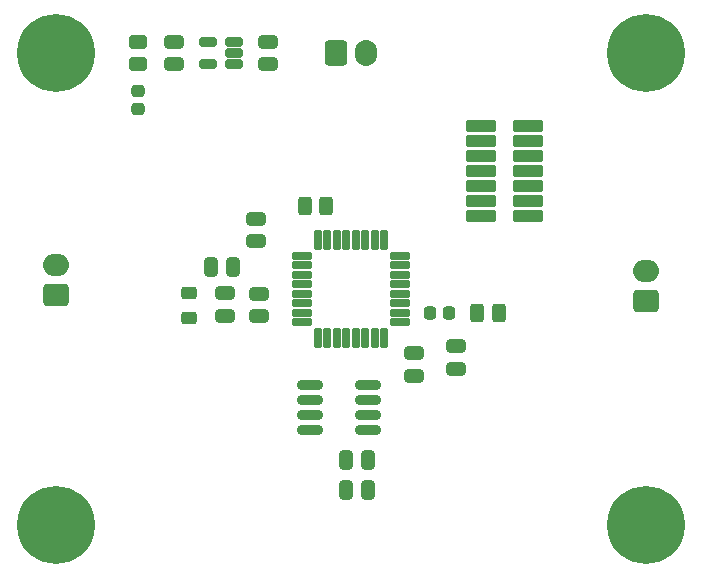
<source format=gbr>
%TF.GenerationSoftware,KiCad,Pcbnew,(6.0.9)*%
%TF.CreationDate,2023-02-16T17:01:49+01:00*%
%TF.ProjectId,TP_MCU,54505f4d-4355-42e6-9b69-6361645f7063,rev?*%
%TF.SameCoordinates,Original*%
%TF.FileFunction,Soldermask,Top*%
%TF.FilePolarity,Negative*%
%FSLAX46Y46*%
G04 Gerber Fmt 4.6, Leading zero omitted, Abs format (unit mm)*
G04 Created by KiCad (PCBNEW (6.0.9)) date 2023-02-16 17:01:49*
%MOMM*%
%LPD*%
G01*
G04 APERTURE LIST*
G04 Aperture macros list*
%AMRoundRect*
0 Rectangle with rounded corners*
0 $1 Rounding radius*
0 $2 $3 $4 $5 $6 $7 $8 $9 X,Y pos of 4 corners*
0 Add a 4 corners polygon primitive as box body*
4,1,4,$2,$3,$4,$5,$6,$7,$8,$9,$2,$3,0*
0 Add four circle primitives for the rounded corners*
1,1,$1+$1,$2,$3*
1,1,$1+$1,$4,$5*
1,1,$1+$1,$6,$7*
1,1,$1+$1,$8,$9*
0 Add four rect primitives between the rounded corners*
20,1,$1+$1,$2,$3,$4,$5,0*
20,1,$1+$1,$4,$5,$6,$7,0*
20,1,$1+$1,$6,$7,$8,$9,0*
20,1,$1+$1,$8,$9,$2,$3,0*%
G04 Aperture macros list end*
%ADD10RoundRect,0.350000X0.250000X0.475000X-0.250000X0.475000X-0.250000X-0.475000X0.250000X-0.475000X0*%
%ADD11RoundRect,0.350000X0.450000X-0.262500X0.450000X0.262500X-0.450000X0.262500X-0.450000X-0.262500X0*%
%ADD12C,6.600000*%
%ADD13RoundRect,0.350000X-0.475000X0.250000X-0.475000X-0.250000X0.475000X-0.250000X0.475000X0.250000X0*%
%ADD14RoundRect,0.350000X0.475000X-0.250000X0.475000X0.250000X-0.475000X0.250000X-0.475000X-0.250000X0*%
%ADD15RoundRect,0.318750X-0.256250X0.218750X-0.256250X-0.218750X0.256250X-0.218750X0.256250X0.218750X0*%
%ADD16RoundRect,0.350000X-0.600000X-0.750000X0.600000X-0.750000X0.600000X0.750000X-0.600000X0.750000X0*%
%ADD17O,1.900000X2.200000*%
%ADD18RoundRect,0.350000X-0.262500X-0.450000X0.262500X-0.450000X0.262500X0.450000X-0.262500X0.450000X0*%
%ADD19RoundRect,0.350000X0.262500X0.450000X-0.262500X0.450000X-0.262500X-0.450000X0.262500X-0.450000X0*%
%ADD20RoundRect,0.250000X0.825000X0.150000X-0.825000X0.150000X-0.825000X-0.150000X0.825000X-0.150000X0*%
%ADD21RoundRect,0.350000X0.750000X-0.600000X0.750000X0.600000X-0.750000X0.600000X-0.750000X-0.600000X0*%
%ADD22O,2.200000X1.900000*%
%ADD23RoundRect,0.250000X0.512500X0.150000X-0.512500X0.150000X-0.512500X-0.150000X0.512500X-0.150000X0*%
%ADD24RoundRect,0.225000X-0.125000X-0.625000X0.125000X-0.625000X0.125000X0.625000X-0.125000X0.625000X0*%
%ADD25RoundRect,0.225000X-0.625000X-0.125000X0.625000X-0.125000X0.625000X0.125000X-0.625000X0.125000X0*%
%ADD26RoundRect,0.100000X1.200000X0.370000X-1.200000X0.370000X-1.200000X-0.370000X1.200000X-0.370000X0*%
%ADD27RoundRect,0.318750X0.381250X-0.218750X0.381250X0.218750X-0.381250X0.218750X-0.381250X-0.218750X0*%
%ADD28RoundRect,0.318750X0.218750X0.256250X-0.218750X0.256250X-0.218750X-0.256250X0.218750X-0.256250X0*%
G04 APERTURE END LIST*
D10*
%TO.C,C10*%
X75050000Y-58100000D03*
X73150000Y-58100000D03*
%TD*%
D11*
%TO.C,R3*%
X67000000Y-40912500D03*
X67000000Y-39087500D03*
%TD*%
D12*
%TO.C,H3*%
X110000000Y-40000000D03*
%TD*%
D13*
%TO.C,C1*%
X93900000Y-64850000D03*
X93900000Y-66750000D03*
%TD*%
%TO.C,C7*%
X77200000Y-60387500D03*
X77200000Y-62287500D03*
%TD*%
D14*
%TO.C,C4*%
X78000000Y-40950000D03*
X78000000Y-39050000D03*
%TD*%
D15*
%TO.C,D2*%
X67000000Y-43212500D03*
X67000000Y-44787500D03*
%TD*%
D16*
%TO.C,J2*%
X83750000Y-40000000D03*
D17*
X86250000Y-40000000D03*
%TD*%
D18*
%TO.C,R1*%
X95675000Y-62000000D03*
X97500000Y-62000000D03*
%TD*%
D19*
%TO.C,R2*%
X82912500Y-53000000D03*
X81087500Y-53000000D03*
%TD*%
D20*
%TO.C,U3*%
X86475000Y-71905000D03*
X86475000Y-70635000D03*
X86475000Y-69365000D03*
X86475000Y-68095000D03*
X81525000Y-68095000D03*
X81525000Y-69365000D03*
X81525000Y-70635000D03*
X81525000Y-71905000D03*
%TD*%
D12*
%TO.C,H4*%
X110000000Y-80000000D03*
%TD*%
D10*
%TO.C,C8*%
X86450000Y-77000000D03*
X84550000Y-77000000D03*
%TD*%
D21*
%TO.C,J3*%
X60000000Y-60500000D03*
D22*
X60000000Y-58000000D03*
%TD*%
D23*
%TO.C,U1*%
X75137500Y-40950000D03*
X75137500Y-40000000D03*
X75137500Y-39050000D03*
X72862500Y-39050000D03*
X72862500Y-40950000D03*
%TD*%
D24*
%TO.C,U2*%
X82200000Y-55825000D03*
X83000000Y-55825000D03*
X83800000Y-55825000D03*
X84600000Y-55825000D03*
X85400000Y-55825000D03*
X86200000Y-55825000D03*
X87000000Y-55825000D03*
X87800000Y-55825000D03*
D25*
X89175000Y-57200000D03*
X89175000Y-58000000D03*
X89175000Y-58800000D03*
X89175000Y-59600000D03*
X89175000Y-60400000D03*
X89175000Y-61200000D03*
X89175000Y-62000000D03*
X89175000Y-62800000D03*
D24*
X87800000Y-64175000D03*
X87000000Y-64175000D03*
X86200000Y-64175000D03*
X85400000Y-64175000D03*
X84600000Y-64175000D03*
X83800000Y-64175000D03*
X83000000Y-64175000D03*
X82200000Y-64175000D03*
D25*
X80825000Y-62800000D03*
X80825000Y-62000000D03*
X80825000Y-61200000D03*
X80825000Y-60400000D03*
X80825000Y-59600000D03*
X80825000Y-58800000D03*
X80825000Y-58000000D03*
X80825000Y-57200000D03*
%TD*%
D21*
%TO.C,J4*%
X110000000Y-61000000D03*
D22*
X110000000Y-58500000D03*
%TD*%
D26*
%TO.C,J1*%
X99950000Y-53810000D03*
X96050000Y-53810000D03*
X99950000Y-52540000D03*
X96050000Y-52540000D03*
X99950000Y-51270000D03*
X96050000Y-51270000D03*
X99950000Y-50000000D03*
X96050000Y-50000000D03*
X99950000Y-48730000D03*
X96050000Y-48730000D03*
X99950000Y-47460000D03*
X96050000Y-47460000D03*
X99950000Y-46190000D03*
X96050000Y-46190000D03*
%TD*%
D13*
%TO.C,C5*%
X74300000Y-60350000D03*
X74300000Y-62250000D03*
%TD*%
D14*
%TO.C,C6*%
X70000000Y-40950000D03*
X70000000Y-39050000D03*
%TD*%
D12*
%TO.C,H1*%
X60000000Y-80000000D03*
%TD*%
D13*
%TO.C,C3*%
X90300000Y-65450000D03*
X90300000Y-67350000D03*
%TD*%
D10*
%TO.C,C9*%
X86450000Y-74500000D03*
X84550000Y-74500000D03*
%TD*%
D27*
%TO.C,L1*%
X71300000Y-62462500D03*
X71300000Y-60337500D03*
%TD*%
D12*
%TO.C,H2*%
X60000000Y-40000000D03*
%TD*%
D28*
%TO.C,D1*%
X93287500Y-62000000D03*
X91712500Y-62000000D03*
%TD*%
D13*
%TO.C,C2*%
X77000000Y-54050000D03*
X77000000Y-55950000D03*
%TD*%
M02*

</source>
